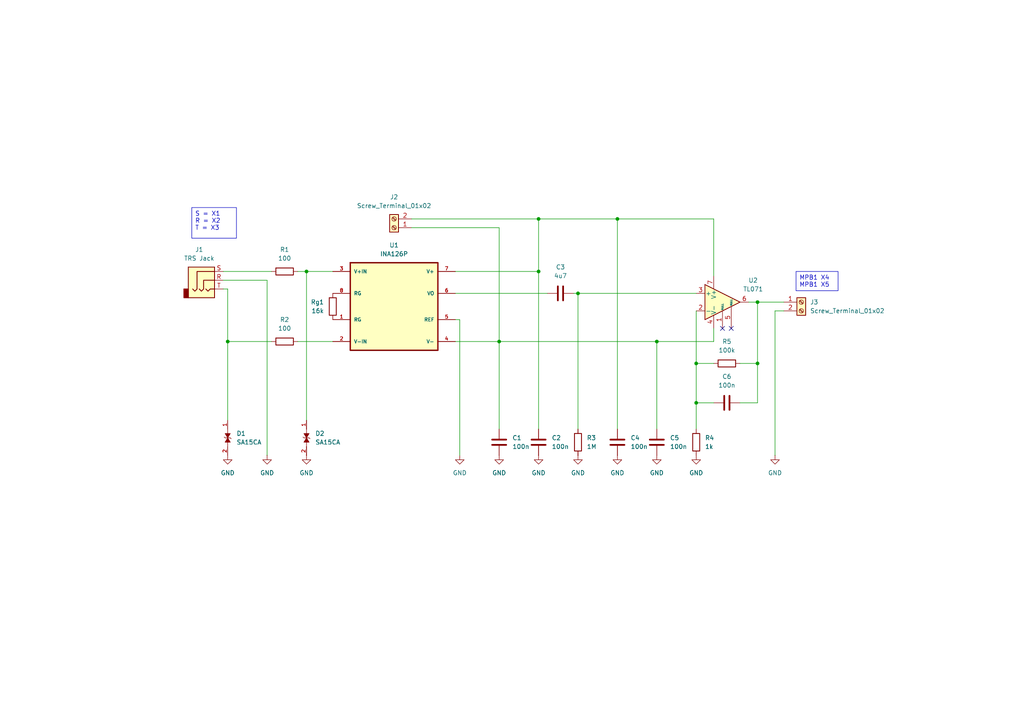
<source format=kicad_sch>
(kicad_sch (version 20231120) (generator "eeschema") (generator_version "8.0")
  (paper "A4")
  (lib_symbols
    (symbol "Amplifier_Operational:TL071" (pin_names (offset 0.127))
      (property "Reference" "U" (at 0 6.35 0))
      (property "Value" "TL071" (at 0 3.81 0))
      (symbol "TL071_0_1"
        (polyline (pts (xy -5.08 5.08) (xy 5.08 0) (xy -5.08 -5.08) (xy -5.08 5.08)) (stroke (width 0.254)) (fill (type background)))
      )
      (symbol "TL071_1_1"
        (pin input line (at 0 -7.62 90) (length 5.08) (name "NULL") (number "1"))
        (pin input line (at -7.62 -2.54 0) (length 2.54) (name "-") (number "2"))
        (pin input line (at -7.62 2.54 0) (length 2.54) (name "+") (number "3"))
        (pin power_in line (at -2.54 -7.62 90) (length 3.81) (name "V-") (number "4"))
        (pin input line (at 2.54 -7.62 90) (length 6.35) (name "NULL") (number "5"))
        (pin output line (at 7.62 0 180) (length 2.54) (name "~") (number "6"))
        (pin power_in line (at -2.54 7.62 270) (length 3.81) (name "V+") (number "7"))
        (pin no_connect line (at 0 2.54 270) (length 2.54) hide (name "NC") (number "8"))
      )
    )
    (symbol "Connector:Screw_Terminal_01x02" (pin_names (offset 1.016) hide)
      (property "Reference" "J" (at 0 2.54 0))
      (property "Value" "Screw_Terminal_01x02" (at 0 -5.08 0))
      (symbol "Screw_Terminal_01x02_1_1"
        (rectangle (start -1.27 1.27) (end 1.27 -3.81) (stroke (width 0.254)) (fill (type background)))
        (circle (center 0 -2.54) (radius 0.635) (stroke (width 0.1524)))
        (polyline (pts (xy -0.5334 -2.2098) (xy 0.3302 -3.048)) (stroke (width 0.1524)))
        (polyline (pts (xy -0.5334 0.3302) (xy 0.3302 -0.508)) (stroke (width 0.1524)))
        (polyline (pts (xy -0.3556 -2.032) (xy 0.508 -2.8702)) (stroke (width 0.1524)))
        (polyline (pts (xy -0.3556 0.508) (xy 0.508 -0.3302)) (stroke (width 0.1524)))
        (circle (center 0 0) (radius 0.635) (stroke (width 0.1524)))
        (pin passive line (at -5.08 0 0) (length 3.81) (name "Pin_1") (number "1"))
        (pin passive line (at -5.08 -2.54 0) (length 3.81) (name "Pin_2") (number "2"))
      )
    )
    (symbol "Connector_Audio:AudioJack3"
      (property "Reference" "J" (at 0 8.89 0))
      (property "Value" "AudioJack3" (at 0 6.35 0))
      (symbol "AudioJack3_0_1"
        (rectangle (start -5.08 -5.08) (end -6.35 -2.54) (stroke (width 0.254)) (fill (type outline)))
        (polyline (pts (xy 0 -2.54) (xy 0.635 -3.175) (xy 1.27 -2.54) (xy 2.54 -2.54)) (stroke (width 0.254)))
        (polyline (pts (xy -1.905 -2.54) (xy -1.27 -3.175) (xy -0.635 -2.54) (xy -0.635 0) (xy 2.54 0)) (stroke (width 0.254)))
        (polyline (pts (xy 2.54 2.54) (xy -2.54 2.54) (xy -2.54 -2.54) (xy -3.175 -3.175) (xy -3.81 -2.54)) (stroke (width 0.254)))
        (rectangle (start 2.54 3.81) (end -5.08 -5.08) (stroke (width 0.254)) (fill (type background)))
      )
      (symbol "AudioJack3_1_1"
        (pin passive line (at 5.08 0 180) (length 2.54) (name "~") (number "R"))
        (pin passive line (at 5.08 2.54 180) (length 2.54) (name "~") (number "S"))
        (pin passive line (at 5.08 -2.54 180) (length 2.54) (name "~") (number "T"))
      )
    )
    (symbol "Device:C" (pin_numbers hide) (pin_names (offset 0.254))
      (property "Reference" "C" (at 0.635 2.54 0))
      (property "Value" "C" (at 0.635 -2.54 0))
      (symbol "C_0_1"
        (polyline (pts (xy -2.032 -0.762) (xy 2.032 -0.762)) (stroke (width 0.508)))
        (polyline (pts (xy -2.032 0.762) (xy 2.032 0.762)) (stroke (width 0.508)))
      )
      (symbol "C_1_1"
        (pin passive line (at 0 3.81 270) (length 2.794) (name "~") (number "1"))
        (pin passive line (at 0 -3.81 90) (length 2.794) (name "~") (number "2"))
      )
    )
    (symbol "Device:R" (pin_numbers hide) (pin_names (offset 0))
      (property "Reference" "R" (at 2.032 0 90))
      (property "Value" "R" (at 0 0 90))
      (symbol "R_0_1"
        (rectangle (start -1.016 -2.54) (end 1.016 2.54) (stroke (width 0.254)))
      )
      (symbol "R_1_1"
        (pin passive line (at 0 3.81 270) (length 1.27) (name "~") (number "1"))
        (pin passive line (at 0 -3.81 90) (length 1.27) (name "~") (number "2"))
      )
    )
    (symbol "INA126P:INA126P" (pin_names (offset 1.016))
      (property "Reference" "U1" (at 0 17.78 0))
      (property "Value" "INA126P" (at 0 15.24 0))
      (symbol "INA126P_0_0"
        (rectangle (start -12.7 12.7) (end 12.7 -12.7) (stroke (width 0.41)) (fill (type background)))
        (pin bidirectional line (at -17.78 -3.81 0) (length 5.08) (name "RG") (number "1"))
        (pin input line (at -17.78 -10.16 0) (length 5.08) (name "V-IN") (number "2"))
        (pin input line (at -17.78 10.16 0) (length 5.08) (name "V+IN") (number "3"))
        (pin power_in line (at 17.78 -10.16 180) (length 5.08) (name "V-") (number "4"))
        (pin input line (at 17.78 -3.81 180) (length 5.08) (name "REF") (number "5"))
        (pin output line (at 17.78 3.81 180) (length 5.08) (name "VO") (number "6"))
        (pin power_in line (at 17.78 10.16 180) (length 5.08) (name "V+") (number "7"))
        (pin bidirectional line (at -17.78 3.81 0) (length 5.08) (name "RG") (number "8"))
      )
    )
    (symbol "SA15CA:SA15CA" (pin_names (offset 1.016))
      (property "Reference" "D" (at -5.08 2.54 0))
      (property "Value" "SA15CA" (at -5.08 -5.08 0))
      (symbol "SA15CA_0_0"
        (polyline (pts (xy -1.27 0) (xy -2.54 0)) (stroke (width 0.1524)))
        (polyline (pts (xy 0 -0.762) (xy -0.254 -1.016)) (stroke (width 0.1524)))
        (polyline (pts (xy 0 -0.762) (xy 0 0.762)) (stroke (width 0.1524)))
        (polyline (pts (xy 0 0.762) (xy 0.254 1.016)) (stroke (width 0.1524)))
        (polyline (pts (xy 1.27 0) (xy 2.54 0)) (stroke (width 0.1524)))
        (polyline (pts (xy 0 0) (xy -1.27 -0.762) (xy -1.27 0.762) (xy 0 0)) (stroke (width 0.1524)) (fill (type outline)))
        (polyline (pts (xy 0 0) (xy 1.27 0.762) (xy 1.27 -0.762) (xy 0 0)) (stroke (width 0.1524)) (fill (type outline)))
        (pin passive line (at -5.08 0 0) (length 2.54) (name "~") (number "1"))
        (pin passive line (at 5.08 0 180) (length 2.54) (name "~") (number "2"))
      )
    )
    (symbol "power:GND" (power) (pin_numbers hide) (pin_names (offset 0) hide)
      (property "Value" "GND" (at 0 -3.81 0))
      (symbol "GND_0_1"
        (polyline (pts (xy 0 0) (xy 0 -1.27) (xy 1.27 -1.27) (xy 0 -2.54) (xy -1.27 -1.27) (xy 0 -1.27)))
      )
      (symbol "GND_1_1"
        (pin power_in line (at 0 0 270) (length 0) (name "~") (number "1"))
      )
    )
  )
  (junction (at 219.71 87.63))
  (junction (at 179.07 63.5))
  (junction (at 66.04 99.06))
  (junction (at 201.93 105.41))
  (junction (at 156.21 78.74))
  (junction (at 190.5 99.06))
  (junction (at 201.93 116.84))
  (junction (at 88.9 78.74))
  (junction (at 167.64 85.09))
  (junction (at 156.21 63.5))
  (junction (at 144.78 99.06))
  (junction (at 219.71 105.41))
  (no_connect (at 209.55 95.25))
  (no_connect (at 212.09 95.25))
  (wire (pts (xy 207.01 99.06) (xy 207.01 95.25)))
  (wire (pts (xy 66.04 99.06) (xy 66.04 83.82)))
  (wire (pts (xy 156.21 78.74) (xy 156.21 124.46)))
  (wire (pts (xy 132.08 92.71) (xy 133.35 92.71)))
  (wire (pts (xy 77.47 81.28) (xy 77.47 132.08)))
  (wire (pts (xy 167.64 85.09) (xy 201.93 85.09)))
  (wire (pts (xy 144.78 99.06) (xy 190.5 99.06)))
  (wire (pts (xy 66.04 99.06) (xy 78.74 99.06)))
  (wire (pts (xy 144.78 99.06) (xy 144.78 124.46)))
  (wire (pts (xy 201.93 116.84) (xy 207.01 116.84)))
  (wire (pts (xy 156.21 63.5) (xy 179.07 63.5)))
  (wire (pts (xy 179.07 63.5) (xy 207.01 63.5)))
  (wire (pts (xy 201.93 105.41) (xy 201.93 116.84)))
  (wire (pts (xy 64.77 78.74) (xy 78.74 78.74)))
  (wire (pts (xy 119.38 63.5) (xy 156.21 63.5)))
  (wire (pts (xy 219.71 87.63) (xy 217.17 87.63)))
  (wire (pts (xy 132.08 85.09) (xy 158.75 85.09)))
  (wire (pts (xy 219.71 87.63) (xy 227.33 87.63)))
  (wire (pts (xy 144.78 66.04) (xy 144.78 99.06)))
  (wire (pts (xy 119.38 66.04) (xy 144.78 66.04)))
  (wire (pts (xy 133.35 92.71) (xy 133.35 132.08)))
  (wire (pts (xy 88.9 78.74) (xy 88.9 121.92)))
  (wire (pts (xy 227.33 90.17) (xy 224.79 90.17)))
  (wire (pts (xy 167.64 85.09) (xy 167.64 124.46)))
  (wire (pts (xy 190.5 99.06) (xy 190.5 124.46)))
  (wire (pts (xy 88.9 78.74) (xy 96.52 78.74)))
  (wire (pts (xy 207.01 80.01) (xy 207.01 63.5)))
  (wire (pts (xy 66.04 99.06) (xy 66.04 121.92)))
  (wire (pts (xy 86.36 99.06) (xy 96.52 99.06)))
  (wire (pts (xy 166.37 85.09) (xy 167.64 85.09)))
  (wire (pts (xy 66.04 83.82) (xy 64.77 83.82)))
  (wire (pts (xy 64.77 81.28) (xy 77.47 81.28)))
  (wire (pts (xy 219.71 87.63) (xy 219.71 105.41)))
  (wire (pts (xy 214.63 116.84) (xy 219.71 116.84)))
  (wire (pts (xy 214.63 105.41) (xy 219.71 105.41)))
  (wire (pts (xy 156.21 63.5) (xy 156.21 78.74)))
  (wire (pts (xy 132.08 78.74) (xy 156.21 78.74)))
  (wire (pts (xy 201.93 105.41) (xy 207.01 105.41)))
  (wire (pts (xy 179.07 63.5) (xy 179.07 124.46)))
  (wire (pts (xy 201.93 116.84) (xy 201.93 124.46)))
  (wire (pts (xy 86.36 78.74) (xy 88.9 78.74)))
  (wire (pts (xy 132.08 99.06) (xy 144.78 99.06)))
  (wire (pts (xy 219.71 105.41) (xy 219.71 116.84)))
  (wire (pts (xy 224.79 90.17) (xy 224.79 132.08)))
  (wire (pts (xy 190.5 99.06) (xy 207.01 99.06)))
  (wire (pts (xy 201.93 90.17) (xy 201.93 105.41)))
  (text_box "MPB1 X4\nMPB1 X5" (at 230.886 78.74 0) (size 12.192 5.588) (effects (font (size 1.27 1.27)) (justify left top)))
  (text_box "S = X1\nR = X2\nT = X3" (at 55.626 60.198 0) (size 12.954 8.89) (effects (font (size 1.27 1.27)) (justify left top)))
  (symbol (lib_id "power:GND") (at 77.47 132.08 0) (unit 1)
    (property "Reference" "#PWR02" (effects (hide yes)))
    (property "Value" "GND" (at 77.47 137.16 0))
    (property "Description" "Power symbol creates a global label with name \"GND\" , ground" (effects (hide yes)))
  )
  (symbol (lib_id "Device:R") (at 82.55 78.74 90) (unit 1)
    (property "Reference" "R1" (at 82.55 72.39 90))
    (property "Value" "100" (at 82.55 74.93 90))
    (property "Description" "Resistor" (effects (hide yes)))
  )
  (symbol (lib_id "power:GND") (at 201.93 132.08 0) (unit 1)
    (property "Reference" "#PWR010" (effects (hide yes)))
    (property "Value" "GND" (at 201.93 137.16 0))
    (property "Description" "Power symbol creates a global label with name \"GND\" , ground" (effects (hide yes)))
  )
  (symbol (lib_id "Connector_Audio:AudioJack3") (at 59.69 81.28 0) (unit 1)
    (property "Reference" "J1" (at 57.785 72.39 0))
    (property "Value" "TRS Jack" (at 57.785 74.93 0))
    (property "Description" "Audio Jack, 3 Poles (Stereo / TRS)" (effects (hide yes)))
  )
  (symbol (lib_id "Device:C") (at 144.78 128.27 0) (unit 1)
    (property "Reference" "C1" (at 148.59 126.9999 0) (effects (justify left)))
    (property "Value" "100n" (at 148.59 129.5399 0) (effects (justify left)))
    (property "Description" "Unpolarized capacitor" (effects (hide yes)))
  )
  (symbol (lib_id "power:GND") (at 144.78 132.08 0) (unit 1)
    (property "Reference" "#PWR05" (effects (hide yes)))
    (property "Value" "GND" (at 144.78 137.16 0))
    (property "Description" "Power symbol creates a global label with name \"GND\" , ground" (effects (hide yes)))
  )
  (symbol (lib_id "Device:R") (at 210.82 105.41 90) (unit 1)
    (property "Reference" "R5" (at 210.82 99.06 90))
    (property "Value" "100k" (at 210.82 101.6 90))
    (property "Description" "Resistor" (effects (hide yes)))
  )
  (symbol (lib_id "power:GND") (at 224.79 132.08 0) (unit 1)
    (property "Reference" "#PWR011" (effects (hide yes)))
    (property "Value" "GND" (at 224.79 137.16 0))
    (property "Description" "Power symbol creates a global label with name \"GND\" , ground" (effects (hide yes)))
  )
  (symbol (lib_id "SA15CA:SA15CA") (at 66.04 127 270) (unit 1)
    (property "Reference" "D1" (at 68.58 125.7299 90) (effects (justify left)))
    (property "Value" "SA15CA" (at 68.58 128.2699 90) (effects (justify left)))
    (property "Footprint" "SA15CA:DIOAD1300W80L670D310" (effects (hide yes)))
    (property "MF" "Taiwan Semiconductor" (effects (hide yes)))
    (property "MAXIMUM_PACKAGE_HEIGHT" "3.6 mm" (effects (hide yes)))
    (property "Package" "DO-15 Taiwan Semiconductor" (effects (hide yes)))
    (property "Price" "None" (effects (hide yes)))
    (property "Check_prices" "https://www.snapeda.com/parts/SA15CA/taiwan/view-part/?ref=eda" (effects (hide yes)))
    (property "STANDARD" "IPC-7351B" (effects (hide yes)))
    (property "PARTREV" "K2105" (effects (hide yes)))
    (property "SnapEDA_Link" "https://www.snapeda.com/parts/SA15CA/taiwan/view-part/?ref=snap" (effects (hide yes)))
    (property "MP" "SA15CA" (effects (hide yes)))
    (property "Description_1" "\n                        \n                            500W, 17.6V, Bidirectional, TVS\n                        \n" (effects (hide yes)))
    (property "Availability" "In Stock" (effects (hide yes)))
    (property "MANUFACTURER" "Taiwan Semiconductor" (effects (hide yes)))
  )
  (symbol (lib_id "Amplifier_Operational:TL071") (at 209.55 87.63 0) (unit 1)
    (property "Reference" "U2" (at 218.44 81.3114 0))
    (property "Value" "TL071" (at 218.44 83.8514 0))
    (property "Datasheet" "http://www.ti.com/lit/ds/symlink/tl071.pdf" (effects (hide yes)))
    (property "Description" "Single Low-Noise JFET-Input Operational Amplifiers, DIP-8/SOIC-8" (effects (hide yes)))
  )
  (symbol (lib_id "Device:R") (at 82.55 99.06 90) (unit 1)
    (property "Reference" "R2" (at 82.55 92.71 90))
    (property "Value" "100" (at 82.55 95.25 90))
    (property "Description" "Resistor" (effects (hide yes)))
  )
  (symbol (lib_id "Device:C") (at 162.56 85.09 90) (unit 1)
    (property "Reference" "C3" (at 162.56 77.47 90))
    (property "Value" "4u7" (at 162.56 80.01 90))
    (property "Description" "Unpolarized capacitor" (effects (hide yes)))
  )
  (symbol (lib_id "INA126P:INA126P") (at 114.3 88.9 0) (unit 1)
    (property "Reference" "U1" (at 114.3 71.12 0))
    (property "Value" "INA126P" (at 114.3 73.66 0))
    (property "Footprint" "INA126P:DIP794W45P254L959H508Q8" (effects (hide yes)))
    (property "MF" "Texas Instruments" (effects (hide yes)))
    (property "Description_1" "\n                        \n                            36V microPower (175-µA), 250-µV offset, precision instrumentation amplifier\n                        \n" (effects (hide yes)))
    (property "Package" "PDIP-8 Texas" (effects (hide yes)))
    (property "Price" "None" (effects (hide yes)))
    (property "SnapEDA_Link" "https://www.snapeda.com/parts/INA126P/Texas+Instruments/view-part/?ref=snap" (effects (hide yes)))
    (property "MP" "INA126P" (effects (hide yes)))
    (property "Availability" "In Stock" (effects (hide yes)))
    (property "Check_prices" "https://www.snapeda.com/parts/INA126P/Texas+Instruments/view-part/?ref=eda" (effects (hide yes)))
  )
  (symbol (lib_id "Device:C") (at 156.21 128.27 0) (unit 1)
    (property "Reference" "C2" (at 160.02 126.9999 0) (effects (justify left)))
    (property "Value" "100n" (at 160.02 129.5399 0) (effects (justify left)))
    (property "Description" "Unpolarized capacitor" (effects (hide yes)))
  )
  (symbol (lib_id "Device:C") (at 179.07 128.27 0) (unit 1)
    (property "Reference" "C4" (at 182.88 126.9999 0) (effects (justify left)))
    (property "Value" "100n" (at 182.88 129.5399 0) (effects (justify left)))
    (property "Description" "Unpolarized capacitor" (effects (hide yes)))
  )
  (symbol (lib_id "Connector:Screw_Terminal_01x02") (at 232.41 87.63 0) (unit 1)
    (property "Reference" "J3" (at 234.95 87.6299 0) (effects (justify left)))
    (property "Value" "Screw_Terminal_01x02" (at 234.95 90.1699 0) (effects (justify left)))
    (property "Description" "Generic screw terminal, single row, 01x02, script generated (kicad-library-utils/schlib/autogen/connector/)" (effects (hide yes)))
  )
  (symbol (lib_id "Device:C") (at 210.82 116.84 270) (unit 1)
    (property "Reference" "C6" (at 210.82 109.22 90))
    (property "Value" "100n" (at 210.82 111.76 90))
    (property "Description" "Unpolarized capacitor" (effects (hide yes)))
  )
  (symbol (lib_id "power:GND") (at 133.35 132.08 0) (unit 1)
    (property "Reference" "#PWR04" (effects (hide yes)))
    (property "Value" "GND" (at 133.35 137.16 0))
    (property "Description" "Power symbol creates a global label with name \"GND\" , ground" (effects (hide yes)))
  )
  (symbol (lib_id "power:GND") (at 66.04 132.08 0) (unit 1)
    (property "Reference" "#PWR01" (effects (hide yes)))
    (property "Value" "GND" (at 66.04 137.16 0))
    (property "Description" "Power symbol creates a global label with name \"GND\" , ground" (effects (hide yes)))
  )
  (symbol (lib_id "power:GND") (at 190.5 132.08 0) (unit 1)
    (property "Reference" "#PWR09" (effects (hide yes)))
    (property "Value" "GND" (at 190.5 137.16 0))
    (property "Description" "Power symbol creates a global label with name \"GND\" , ground" (effects (hide yes)))
  )
  (symbol (lib_id "Device:R") (at 201.93 128.27 0) (unit 1)
    (property "Reference" "R4" (at 204.47 126.9999 0) (effects (justify left)))
    (property "Value" "1k" (at 204.47 129.5399 0) (effects (justify left)))
    (property "Description" "Resistor" (effects (hide yes)))
  )
  (symbol (lib_id "power:GND") (at 167.64 132.08 0) (unit 1)
    (property "Reference" "#PWR07" (effects (hide yes)))
    (property "Value" "GND" (at 167.64 137.16 0))
    (property "Description" "Power symbol creates a global label with name \"GND\" , ground" (effects (hide yes)))
  )
  (symbol (lib_id "Connector:Screw_Terminal_01x02") (at 114.3 66.04 180) (unit 1)
    (property "Reference" "J2" (at 114.3 57.15 0))
    (property "Value" "Screw_Terminal_01x02" (at 114.3 59.69 0))
    (property "Description" "Generic screw terminal, single row, 01x02, script generated (kicad-library-utils/schlib/autogen/connector/)" (effects (hide yes)))
  )
  (symbol (lib_id "Device:C") (at 190.5 128.27 0) (unit 1)
    (property "Reference" "C5" (at 194.31 126.9999 0) (effects (justify left)))
    (property "Value" "100n" (at 194.31 129.5399 0) (effects (justify left)))
    (property "Description" "Unpolarized capacitor" (effects (hide yes)))
  )
  (symbol (lib_id "Device:R") (at 167.64 128.27 0) (unit 1)
    (property "Reference" "R3" (at 170.18 126.9999 0) (effects (justify left)))
    (property "Value" "1M" (at 170.18 129.5399 0) (effects (justify left)))
    (property "Description" "Resistor" (effects (hide yes)))
  )
  (symbol (lib_id "Device:R") (at 96.52 88.9 0) (mirror y) (unit 1)
    (property "Reference" "Rg1" (at 93.98 87.6299 0) (effects (justify left)))
    (property "Value" "16k" (at 93.98 90.1699 0) (effects (justify left)))
    (property "Description" "Resistor" (effects (hide yes)))
  )
  (symbol (lib_id "power:GND") (at 179.07 132.08 0) (unit 1)
    (property "Reference" "#PWR08" (effects (hide yes)))
    (property "Value" "GND" (at 179.07 137.16 0))
    (property "Description" "Power symbol creates a global label with name \"GND\" , ground" (effects (hide yes)))
  )
  (symbol (lib_id "power:GND") (at 156.21 132.08 0) (unit 1)
    (property "Reference" "#PWR06" (effects (hide yes)))
    (property "Value" "GND" (at 156.21 137.16 0))
    (property "Description" "Power symbol creates a global label with name \"GND\" , ground" (effects (hide yes)))
  )
  (symbol (lib_id "SA15CA:SA15CA") (at 88.9 127 270) (unit 1)
    (property "Reference" "D2" (at 91.44 125.7299 90) (effects (justify left)))
    (property "Value" "SA15CA" (at 91.44 128.2699 90) (effects (justify left)))
    (property "Footprint" "SA15CA:DIOAD1300W80L670D310" (effects (hide yes)))
    (property "MF" "Taiwan Semiconductor" (effects (hide yes)))
    (property "MAXIMUM_PACKAGE_HEIGHT" "3.6 mm" (effects (hide yes)))
    (property "Package" "DO-15 Taiwan Semiconductor" (effects (hide yes)))
    (property "Price" "None" (effects (hide yes)))
    (property "Check_prices" "https://www.snapeda.com/parts/SA15CA/taiwan/view-part/?ref=eda" (effects (hide yes)))
    (property "STANDARD" "IPC-7351B" (effects (hide yes)))
    (property "PARTREV" "K2105" (effects (hide yes)))
    (property "SnapEDA_Link" "https://www.snapeda.com/parts/SA15CA/taiwan/view-part/?ref=snap" (effects (hide yes)))
    (property "MP" "SA15CA" (effects (hide yes)))
    (property "Description_1" "\n                        \n                            500W, 17.6V, Bidirectional, TVS\n                        \n" (effects (hide yes)))
    (property "Availability" "In Stock" (effects (hide yes)))
    (property "MANUFACTURER" "Taiwan Semiconductor" (effects (hide yes)))
  )
  (symbol (lib_id "power:GND") (at 88.9 132.08 0) (unit 1)
    (property "Reference" "#PWR03" (effects (hide yes)))
    (property "Value" "GND" (at 88.9 137.16 0))
    (property "Description" "Power symbol creates a global label with name \"GND\" , ground" (effects (hide yes)))
  )
)
</source>
